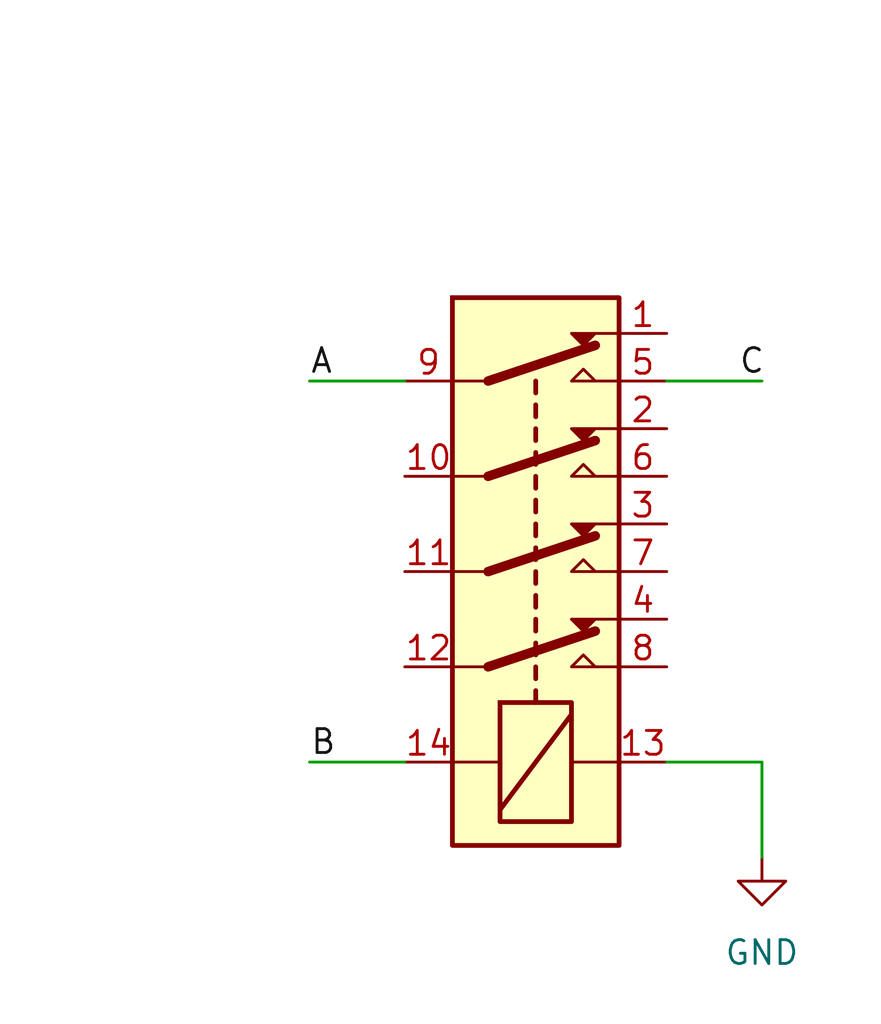
<source format=kicad_sch>
(kicad_sch (version 20250114) (generator "eeschema") (generator_version "9.0")
  (paper "User" 46.99 54.61)
  (lib_symbols
    (symbol "power:GND" (power) (pin_numbers (hide yes)) (pin_names (offset 0) (hide yes))
      (property "Value" "GND" (at 0 -3.81 0))
      (symbol "GND_0_1"
        (polyline (pts (xy 0 0) (xy 0 -1.27) (xy 1.27 -1.27) (xy 0 -2.54) (xy -1.27 -1.27) (xy 0 -1.27)))
      )
      (symbol "GND_1_1"
        (pin power_in line (at 0 0 270) (length 0) (name "~") (number "1"))
      )
    )
    (symbol "relay:4PDT"
      (property "Reference" "K" (at 5.842 6.858 0))
      (property "Value" "4PDT" (at 9.398 -24.892 0))
      (symbol "4PDT_0_1"
        (rectangle (start 5.08 5.715) (end 13.97 -23.495) (stroke (width 0.254)) (fill (type background)))
        (polyline (pts (xy 5.08 1.27) (xy 6.985 1.27)))
        (polyline (pts (xy 5.08 -3.81) (xy 6.985 -3.81)))
        (polyline (pts (xy 5.08 -8.89) (xy 6.985 -8.89)))
        (polyline (pts (xy 5.08 -13.97) (xy 6.985 -13.97)))
        (polyline (pts (xy 5.08 -19.05) (xy 7.62 -19.05)))
        (polyline (pts (xy 6.985 1.27) (xy 12.7 3.175)) (stroke (width 0.508)))
        (polyline (pts (xy 6.985 -3.81) (xy 12.7 -1.905)) (stroke (width 0.508)))
        (polyline (pts (xy 6.985 -8.89) (xy 12.7 -6.985)) (stroke (width 0.508)))
        (polyline (pts (xy 6.985 -13.97) (xy 12.7 -12.065)) (stroke (width 0.508)))
        (polyline (pts (xy 7.62 -21.59) (xy 11.43 -16.51)) (stroke (width 0.254)))
        (polyline (pts (xy 9.525 0.635) (xy 9.525 1.27)) (stroke (width 0.254)))
        (polyline (pts (xy 9.525 -0.635) (xy 9.525 0)) (stroke (width 0.254)))
        (polyline (pts (xy 9.525 -1.905) (xy 9.525 -1.27)) (stroke (width 0.254)))
        (polyline (pts (xy 9.525 -3.175) (xy 9.525 -2.54)) (stroke (width 0.254)))
        (polyline (pts (xy 9.525 -4.445) (xy 9.525 -3.81)) (stroke (width 0.254)))
        (polyline (pts (xy 9.525 -5.715) (xy 9.525 -5.08)) (stroke (width 0.254)))
        (polyline (pts (xy 9.525 -6.985) (xy 9.525 -6.35)) (stroke (width 0.254)))
        (polyline (pts (xy 9.525 -8.255) (xy 9.525 -7.62)) (stroke (width 0.254)))
        (polyline (pts (xy 9.525 -9.525) (xy 9.525 -8.89)) (stroke (width 0.254)))
        (polyline (pts (xy 9.525 -10.795) (xy 9.525 -10.16)) (stroke (width 0.254)))
        (polyline (pts (xy 9.525 -12.065) (xy 9.525 -11.43)) (stroke (width 0.254)))
        (polyline (pts (xy 9.525 -13.335) (xy 9.525 -12.7)) (stroke (width 0.254)))
        (polyline (pts (xy 9.525 -14.605) (xy 9.525 -13.97)) (stroke (width 0.254)))
        (polyline (pts (xy 9.525 -15.875) (xy 9.525 -15.24)) (stroke (width 0.254)))
        (polyline (pts (xy 11.43 -19.05) (xy 13.97 -19.05)))
        (polyline (pts (xy 13.97 3.81) (xy 11.43 3.81) (xy 12.065 3.175) (xy 12.7 3.81)) (fill (type outline)))
        (polyline (pts (xy 13.97 1.27) (xy 11.43 1.27) (xy 12.065 1.905) (xy 12.7 1.27)))
        (polyline (pts (xy 13.97 -1.27) (xy 11.43 -1.27) (xy 12.065 -1.905) (xy 12.7 -1.27)) (fill (type outline)))
        (polyline (pts (xy 13.97 -3.81) (xy 11.43 -3.81) (xy 12.065 -3.175) (xy 12.7 -3.81)))
        (polyline (pts (xy 13.97 -6.35) (xy 11.43 -6.35) (xy 12.065 -6.985) (xy 12.7 -6.35)) (fill (type outline)))
        (polyline (pts (xy 13.97 -8.89) (xy 11.43 -8.89) (xy 12.065 -8.255) (xy 12.7 -8.89)))
        (polyline (pts (xy 13.97 -11.43) (xy 11.43 -11.43) (xy 12.065 -12.065) (xy 12.7 -11.43)) (fill (type outline)))
        (polyline (pts (xy 13.97 -13.97) (xy 11.43 -13.97) (xy 12.065 -13.335) (xy 12.7 -13.97)))
      )
      (symbol "4PDT_1_1"
        (rectangle (start 11.43 -15.875) (end 7.62 -22.225) (stroke (width 0.254)))
        (pin passive line (at 2.54 1.27 0) (length 2.54) (name "") (number "9"))
        (pin passive line (at 2.54 -3.81 0) (length 2.54) (name "") (number "10"))
        (pin passive line (at 2.54 -8.89 0) (length 2.54) (name "") (number "11"))
        (pin passive line (at 2.54 -13.97 0) (length 2.54) (name "") (number "12"))
        (pin passive line (at 2.54 -19.05 0) (length 2.54) (name "") (number "14"))
        (pin passive line (at 16.51 3.81 180) (length 2.54) (name "") (number "1"))
        (pin passive line (at 16.51 1.27 180) (length 2.54) (name "") (number "5"))
        (pin passive line (at 16.51 -1.27 180) (length 2.54) (name "") (number "2"))
        (pin passive line (at 16.51 -3.81 180) (length 2.54) (name "") (number "6"))
        (pin passive line (at 16.51 -6.35 180) (length 2.54) (name "") (number "3"))
        (pin passive line (at 16.51 -8.89 180) (length 2.54) (name "") (number "7"))
        (pin passive line (at 16.51 -11.43 180) (length 2.54) (name "") (number "4"))
        (pin passive line (at 16.51 -13.97 180) (length 2.54) (name "") (number "8"))
        (pin passive line (at 16.51 -19.05 180) (length 2.54) (name "") (number "13"))
      )
    )
  )
  (wire (pts (xy 35.56 20.32) (xy 40.64 20.32)))
  (wire (pts (xy 35.56 40.64) (xy 40.64 40.64)))
  (wire (pts (xy 16.51 20.32) (xy 21.59 20.32)))
  (wire (pts (xy 40.64 40.64) (xy 40.64 45.72)))
  (wire (pts (xy 16.51 40.64) (xy 21.59 40.64)))
  (label "C" (at 39.37 20.32 0))
  (label "A" (at 16.51 20.32 0))
  (label "B" (at 16.51 40.64 0))
  (symbol (lib_id "power:GND") (at 40.64 45.72 0) (unit 1)
    (property "Reference" "#PWR01" (effects (hide yes)))
    (property "Value" "GND" (at 40.64 50.8 0))
    (property "Description" "Power symbol creates a global label with name \"GND\" , ground" (effects (hide yes)))
  )
  (symbol (lib_id "relay:4PDT") (at 19.05 21.59 0) (unit 1)
    (property "Reference" "K1" (effects (hide yes)))
    (property "Value" "4PDT" (effects (hide yes)))
    (property "Footprint" "relay:MY4N socket" (effects (hide yes)))
    (property "Datasheet" "https://edata.omron.com.au/eData/Relays/J111-E1-03.pdf" (effects (hide yes)))
  )
)
</source>
